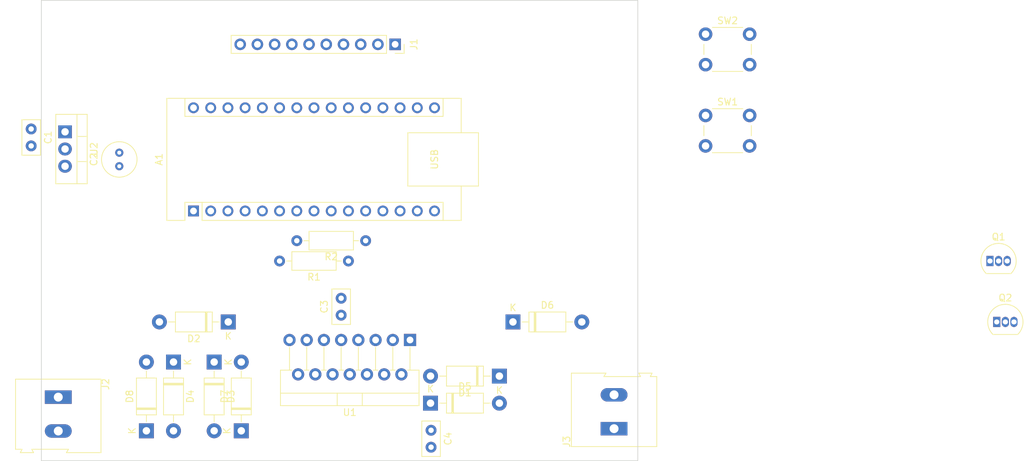
<source format=kicad_pcb>
(kicad_pcb (version 20221018) (generator pcbnew)
  (layers (0 "F.Cu" signal) (31 "B.Cu" signal) (34 "B.Paste" user) (35 "F.Paste" user) (36 "B.SilkS" user "B.Silkscreen") (37 "F.SilkS" user "F.Silkscreen") (38 "B.Mask" user) (39 "F.Mask" user) (44 "Edge.Cuts" user))
  (net 0 "")
  (net 4 "GND")
  (net 5 "/RUN")
  (net 6 "/CAL")
  (net 8 "/PWM_1")
  (net 9 "/PWM_2")
  (net 10 "/DIR_1")
  (net 11 "/DIR_2")
  (net 19 "/IR1")
  (net 20 "/IR2")
  (net 21 "/IR3")
  (net 22 "/IR4")
  (net 23 "/IR5")
  (net 24 "/IR6")
  (net 25 "/IR7")
  (net 26 "/IR8")
  (net 29 "+5V")
  (net 30 "VS")
  (net 31 "/M1_A")
  (net 32 "/M1_B")
  (net 33 "/M2_A")
  (net 34 "/M2_B")
  (net 35 "Net-(Q1-B)")
  (net 36 "Net-(Q2-B)")
  (net 37 "/IN2")
  (net 38 "/IN4")
  (footprint "Package_TO_SOT_THT:TO-220-3_Vertical" (layer "F.Cu") (at 112 82.92 -90)
    (fp_text reference "U2" (at 2.54 -4.27 90) (layer "F.SilkS"))
    (fp_text value "LM7805_TO220")
    (fp_line (start -2.58 -3.27) (end -2.58 1.371) (stroke (width 0.12)) (layer "F.SilkS"))
    (fp_line (start -2.58 -3.27) (end 7.66 -3.27) (stroke (width 0.12)) (layer "F.SilkS"))
    (fp_line (start -2.58 -1.76) (end 7.66 -1.76) (stroke (width 0.12)) (layer "F.SilkS"))
    (fp_line (start -2.58 1.371) (end 7.66 1.371) (stroke (width 0.12)) (layer "F.SilkS"))
    (fp_line (start 0.69 -3.27) (end 0.69 -1.76) (stroke (width 0.12)) (layer "F.SilkS"))
    (fp_line (start 4.391 -3.27) (end 4.391 -1.76) (stroke (width 0.12)) (layer "F.SilkS"))
    (fp_line (start 7.66 -3.27) (end 7.66 1.371) (stroke (width 0.12)) (layer "F.SilkS"))
    (pad "1" thru_hole rect (at 0 0 270) (size 1.905 2) (drill 1.1) (layers "*.Cu" "*.Mask") (net 30 "VS"))
    (pad "2" thru_hole oval (at 2.54 0 270) (size 1.905 2) (drill 1.1) (layers "*.Cu" "*.Mask") (net 4 "GND"))
    (pad "3" thru_hole oval (at 5.08 0 270) (size 1.905 2) (drill 1.1) (layers "*.Cu" "*.Mask") (net 29 "+5V"))
  )
  (footprint "TerminalBlock:TerminalBlock_Altech_AK300-2_P5.00mm" (layer "F.Cu") (at 111 122.1075 -90)
    (fp_text reference "J2" (at -1.92 -6.99 90) (layer "F.SilkS"))
    (fp_text value "Motor1")
    (fp_line (start -2.65 -6.3) (end -2.65 6.3) (stroke (width 0.12)) (layer "F.SilkS"))
    (fp_line (start -2.65 6.3) (end 7.7 6.3) (stroke (width 0.12)) (layer "F.SilkS"))
    (fp_line (start 7.7 -1.5) (end 8.2 -1.2) (stroke (width 0.12)) (layer "F.SilkS"))
    (fp_line (start 7.7 3.9) (end 7.7 -1.5) (stroke (width 0.12)) (layer "F.SilkS"))
    (fp_line (start 7.7 5.35) (end 8.2 5.6) (stroke (width 0.12)) (layer "F.SilkS"))
    (fp_line (start 7.7 6.3) (end 7.7 5.35) (stroke (width 0.12)) (layer "F.SilkS"))
    (fp_line (start 8.2 -6.3) (end -2.65 -6.3) (stroke (width 0.12)) (layer "F.SilkS"))
    (fp_line (start 8.2 -1.2) (end 8.2 -6.3) (stroke (width 0.12)) (layer "F.SilkS"))
    (fp_line (start 8.2 3.65) (end 7.7 3.9) (stroke (width 0.12)) (layer "F.SilkS"))
    (fp_line (start 8.2 3.7) (end 8.2 3.65) (stroke (width 0.12)) (layer "F.SilkS"))
    (fp_line (start 8.2 5.6) (end 8.2 3.7) (stroke (width 0.12)) (layer "F.SilkS"))
    (pad "1" thru_hole rect (at 0 0 270) (size 1.98 3.96) (drill 1.32) (layers "*.Cu" "*.Mask") (net 31 "/M1_A"))
    (pad "2" thru_hole oval (at 5 0 270) (size 1.98 3.96) (drill 1.32) (layers "*.Cu" "*.Mask") (net 32 "/M1_B"))
  )
  (footprint "Capacitor_THT:C_Disc_D5.0mm_W2.5mm_P2.50mm" (layer "F.Cu") (at 152.735 110 90)
    (fp_text reference "C3" (at 1.25 -2.5 90) (layer "F.SilkS"))
    (fp_text value "C")
    (fp_line (start -1.37 -1.37) (end -1.37 1.37) (stroke (width 0.12)) (layer "F.SilkS"))
    (fp_line (start -1.37 -1.37) (end 3.87 -1.37) (stroke (width 0.12)) (layer "F.SilkS"))
    (fp_line (start -1.37 1.37) (end 3.87 1.37) (stroke (width 0.12)) (layer "F.SilkS"))
    (fp_line (start 3.87 -1.37) (end 3.87 1.37) (stroke (width 0.12)) (layer "F.SilkS"))
    (pad "1" thru_hole circle (at 0 0 90) (size 1.6 1.6) (drill 0.8) (layers "*.Cu" "*.Mask") (net 29 "+5V"))
    (pad "2" thru_hole circle (at 2.5 0 90) (size 1.6 1.6) (drill 0.8) (layers "*.Cu" "*.Mask") (net 4 "GND"))
  )
  (footprint "Resistor_THT:R_Axial_DIN0207_L6.3mm_D2.5mm_P10.16mm_Horizontal" (layer "F.Cu") (at 153.81 102 180)
    (fp_text reference "R1" (at 5.08 -2.37) (layer "F.SilkS"))
    (fp_text value "R")
    (fp_line (start 1.04 0) (end 1.81 0) (stroke (width 0.12)) (layer "F.SilkS"))
    (fp_line (start 1.81 -1.37) (end 1.81 1.37) (stroke (width 0.12)) (layer "F.SilkS"))
    (fp_line (start 1.81 1.37) (end 8.35 1.37) (stroke (width 0.12)) (layer "F.SilkS"))
    (fp_line (start 8.35 -1.37) (end 1.81 -1.37) (stroke (width 0.12)) (layer "F.SilkS"))
    (fp_line (start 8.35 1.37) (end 8.35 -1.37) (stroke (width 0.12)) (layer "F.SilkS"))
    (fp_line (start 9.12 0) (end 8.35 0) (stroke (width 0.12)) (layer "F.SilkS"))
    (pad "1" thru_hole circle (at 0 0 180) (size 1.6 1.6) (drill 0.8) (layers "*.Cu" "*.Mask") (net 10 "/DIR_1"))
    (pad "2" thru_hole oval (at 10.16 0 180) (size 1.6 1.6) (drill 0.8) (layers "*.Cu" "*.Mask") (net 35 "Net-(Q1-B)"))
  )
  (footprint "Module:Arduino_Nano" (layer "F.Cu") (at 130.95 94.61 90)
    (fp_text reference "A1" (at 7.62 -5.08 90) (layer "F.SilkS"))
    (fp_text value "Arduino_Nano_v3.x")
    (fp_text user "USB" (at 7.62 35.56 90 unlocked) (layer "F.SilkS"))
    (fp_line (start -1.4 -3.94) (end -1.4 -1.27) (stroke (width 0.12)) (layer "F.SilkS"))
    (fp_line (start -1.4 1.27) (end -1.4 39.5) (stroke (width 0.12)) (layer "F.SilkS"))
    (fp_line (start -1.4 39.5) (end 3.68 39.5) (stroke (width 0.12)) (layer "F.SilkS"))
    (fp_line (start 1.27 -1.27) (end -1.4 -1.27) (stroke (width 0.12)) (layer "F.SilkS"))
    (fp_line (start 1.27 1.27) (end -1.4 1.27) (stroke (width 0.12)) (layer "F.SilkS"))
    (fp_line (start 1.27 1.27) (end 1.27 -1.27) (stroke (width 0.12)) (layer "F.SilkS"))
    (fp_line (start 1.27 1.27) (end 1.27 36.83) (stroke (width 0.12)) (layer "F.SilkS"))
    (fp_line (start 1.27 36.83) (end -1.4 36.83) (stroke (width 0.12)) (layer "F.SilkS"))
    (fp_line (start 3.68 31.62) (end 11.56 31.62) (stroke (width 0.12)) (layer "F.SilkS"))
    (fp_line (start 3.68 42.04) (end 3.68 31.62) (stroke (width 0.12)) (layer "F.SilkS"))
    (fp_line (start 11.56 31.62) (end 11.56 42.04) (stroke (width 0.12)) (layer "F.SilkS"))
    (fp_line (start 11.56 42.04) (end 3.68 42.04) (stroke (width 0.12)) (layer "F.SilkS"))
    (fp_line (start 13.97 -1.27) (end 13.97 36.83) (stroke (width 0.12)) (layer "F.SilkS"))
    (fp_line (start 13.97 -1.27) (end 16.64 -1.27) (stroke (width 0.12)) (layer "F.SilkS"))
    (fp_line (start 13.97 36.83) (end 16.64 36.83) (stroke (width 0.12)) (layer "F.SilkS"))
    (fp_line (start 16.64 -3.94) (end -1.4 -3.94) (stroke (width 0.12)) (layer "F.SilkS"))
    (fp_line (start 16.64 39.5) (end 11.56 39.5) (stroke (width 0.12)) (layer "F.SilkS"))
    (fp_line (start 16.64 39.5) (end 16.64 -3.94) (stroke (width 0.12)) (layer "F.SilkS"))
    (pad "1" thru_hole rect (at 0 0 90) (size 1.6 1.6) (drill 1) (layers "*.Cu" "*.Mask"))
    (pad "2" thru_hole oval (at 0 2.54 90) (size 1.6 1.6) (drill 1) (layers "*.Cu" "*.Mask"))
    (pad "3" thru_hole oval (at 0 5.08 90) (size 1.6 1.6) (drill 1) (layers "*.Cu" "*.Mask"))
    (pad "4" thru_hole oval (at 0 7.62 90) (size 1.6 1.6) (drill 1) (layers "*.Cu" "*.Mask") (net 4 "GND"))
    (pad "5" thru_hole oval (at 0 10.16 90) (size 1.6 1.6) (drill 1) (layers "*.Cu" "*.Mask") (net 5 "/RUN"))
    (pad "6" thru_hole oval (at 0 12.7 90) (size 1.6 1.6) (drill 1) (layers "*.Cu" "*.Mask") (net 6 "/CAL"))
    (pad "7" thru_hole oval (at 0 15.24 90) (size 1.6 1.6) (drill 1) (layers "*.Cu" "*.Mask"))
    (pad "8" thru_hole oval (at 0 17.78 90) (size 1.6 1.6) (drill 1) (layers "*.Cu" "*.Mask") (net 8 "/PWM_1"))
    (pad "9" thru_hole oval (at 0 20.32 90) (size 1.6 1.6) (drill 1) (layers "*.Cu" "*.Mask") (net 9 "/PWM_2"))
    (pad "10" thru_hole oval (at 0 22.86 90) (size 1.6 1.6) (drill 1) (layers "*.Cu" "*.Mask") (net 10 "/DIR_1"))
    (pad "11" thru_hole oval (at 0 25.4 90) (size 1.6 1.6) (drill 1) (layers "*.Cu" "*.Mask") (net 11 "/DIR_2"))
    (pad "12" thru_hole oval (at 0 27.94 90) (size 1.6 1.6) (drill 1) (layers "*.Cu" "*.Mask"))
    (pad "13" thru_hole oval (at 0 30.48 90) (size 1.6 1.6) (drill 1) (layers "*.Cu" "*.Mask"))
    (pad "14" thru_hole oval (at 0 33.02 90) (size 1.6 1.6) (drill 1) (layers "*.Cu" "*.Mask"))
    (pad "15" thru_hole oval (at 0 35.56 90) (size 1.6 1.6) (drill 1) (layers "*.Cu" "*.Mask"))
    (pad "16" thru_hole oval (at 15.24 35.56 90) (size 1.6 1.6) (drill 1) (layers "*.Cu" "*.Mask"))
    (pad "17" thru_hole oval (at 15.24 33.02 90) (size 1.6 1.6) (drill 1) (layers "*.Cu" "*.Mask"))
    (pad "18" thru_hole oval (at 15.24 30.48 90) (size 1.6 1.6) (drill 1) (layers "*.Cu" "*.Mask"))
    (pad "19" thru_hole oval (at 15.24 27.94 90) (size 1.6 1.6) (drill 1) (layers "*.Cu" "*.Mask") (net 19 "/IR1"))
    (pad "20" thru_hole oval (at 15.24 25.4 90) (size 1.6 1.6) (drill 1) (layers "*.Cu" "*.Mask") (net 20 "/IR2"))
    (pad "21" thru_hole oval (at 15.24 22.86 90) (size 1.6 1.6) (drill 1) (layers "*.Cu" "*.Mask") (net 21 "/IR3"))
    (pad "22" thru_hole oval (at 15.24 20.32 90) (size 1.6 1.6) (drill 1) (layers "*.Cu" "*.Mask") (net 22 "/IR4"))
    (pad "23" thru_hole oval (at 15.24 17.78 90) (size 1.6 1.6) (drill 1) (layers "*.Cu" "*.Mask") (net 23 "/IR5"))
    (pad "24" thru_hole oval (at 15.24 15.24 90) (size 1.6 1.6) (drill 1) (layers "*.Cu" "*.Mask") (net 24 "/IR6"))
    (pad "25" thru_hole oval (at 15.24 12.7 90) (size 1.6 1.6) (drill 1) (layers "*.Cu" "*.Mask") (net 25 "/IR7"))
    (pad "26" thru_hole oval (at 15.24 10.16 90) (size 1.6 1.6) (drill 1) (layers "*.Cu" "*.Mask") (net 26 "/IR8"))
    (pad "27" thru_hole oval (at 15.24 7.62 90) (size 1.6 1.6) (drill 1) (layers "*.Cu" "*.Mask"))
    (pad "28" thru_hole oval (at 15.24 5.08 90) (size 1.6 1.6) (drill 1) (layers "*.Cu" "*.Mask"))
    (pad "29" thru_hole oval (at 15.24 2.54 90) (size 1.6 1.6) (drill 1) (layers "*.Cu" "*.Mask") (net 4 "GND"))
    (pad "30" thru_hole oval (at 15.24 0 90) (size 1.6 1.6) (drill 1) (layers "*.Cu" "*.Mask") (net 29 "+5V"))
  )
  (footprint "Button_Switch_THT:SW_PUSH_6mm" (layer "F.Cu") (at 206.5 68.5)
    (fp_text reference "SW2" (at 3.25 -2) (layer "F.SilkS"))
    (fp_text value "Calibrate")
    (fp_line (start -0.25 1.5) (end -0.25 3) (stroke (width 0.12)) (layer "F.SilkS"))
    (fp_line (start 1 5.5) (end 5.5 5.5) (stroke (width 0.12)) (layer "F.SilkS"))
    (fp_line (start 5.5 -1) (end 1 -1) (stroke (width 0.12)) (layer "F.SilkS"))
    (fp_line (start 6.75 3) (end 6.75 1.5) (stroke (width 0.12)) (layer "F.SilkS"))
    (pad "1" thru_hole circle (at 0 0 90) (size 2 2) (drill 1.1) (layers "*.Cu" "*.Mask") (net 29 "+5V"))
    (pad "1" thru_hole circle (at 6.5 0 90) (size 2 2) (drill 1.1) (layers "*.Cu" "*.Mask") (net 29 "+5V"))
    (pad "2" thru_hole circle (at 0 4.5 90) (size 2 2) (drill 1.1) (layers "*.Cu" "*.Mask") (net 6 "/CAL"))
    (pad "2" thru_hole circle (at 6.5 4.5 90) (size 2 2) (drill 1.1) (layers "*.Cu" "*.Mask") (net 6 "/CAL"))
  )
  (footprint "Resistor_THT:R_Axial_DIN0207_L6.3mm_D2.5mm_P10.16mm_Horizontal" (layer "F.Cu") (at 156.35 99 180)
    (fp_text reference "R2" (at 5.08 -2.37) (layer "F.SilkS"))
    (fp_text value "R")
    (fp_line (start 1.04 0) (end 1.81 0) (stroke (width 0.12)) (layer "F.SilkS"))
    (fp_line (start 1.81 -1.37) (end 1.81 1.37) (stroke (width 0.12)) (layer "F.SilkS"))
    (fp_line (start 1.81 1.37) (end 8.35 1.37) (stroke (width 0.12)) (layer "F.SilkS"))
    (fp_line (start 8.35 -1.37) (end 1.81 -1.37) (stroke (width 0.12)) (layer "F.SilkS"))
    (fp_line (start 8.35 1.37) (end 8.35 -1.37) (stroke (width 0.12)) (layer "F.SilkS"))
    (fp_line (start 9.12 0) (end 8.35 0) (stroke (width 0.12)) (layer "F.SilkS"))
    (pad "1" thru_hole circle (at 0 0 180) (size 1.6 1.6) (drill 0.8) (layers "*.Cu" "*.Mask") (net 11 "/DIR_2"))
    (pad "2" thru_hole oval (at 10.16 0 180) (size 1.6 1.6) (drill 0.8) (layers "*.Cu" "*.Mask") (net 36 "Net-(Q2-B)"))
  )
  (footprint "Diode_THT:D_DO-41_SOD81_P10.16mm_Horizontal" (layer "F.Cu") (at 176.08 119 180)
    (fp_text reference "D1" (at 5.08 -2.47) (layer "F.SilkS"))
    (fp_text value "1N4007")
    (fp_text user "K" (at 0 -2.1) (layer "F.SilkS"))
    (fp_line (start 1.34 0) (end 2.36 0) (stroke (width 0.12)) (layer "F.SilkS"))
    (fp_line (start 2.36 -1.47) (end 2.36 1.47) (stroke (width 0.12)) (layer "F.SilkS"))
    (fp_line (start 2.36 1.47) (end 7.8 1.47) (stroke (width 0.12)) (layer "F.SilkS"))
    (fp_line (start 3.14 -1.47) (end 3.14 1.47) (stroke (width 0.12)) (layer "F.SilkS"))
    (fp_line (start 3.26 -1.47) (end 3.26 1.47) (stroke (width 0.12)) (layer "F.SilkS"))
    (fp_line (start 3.38 -1.47) (end 3.38 1.47) (stroke (width 0.12)) (layer "F.SilkS"))
    (fp_line (start 7.8 -1.47) (end 2.36 -1.47) (stroke (width 0.12)) (layer "F.SilkS"))
    (fp_line (start 7.8 1.47) (end 7.8 -1.47) (stroke (width 0.12)) (layer "F.SilkS"))
    (fp_line (start 8.82 0) (end 7.8 0) (stroke (width 0.12)) (layer "F.SilkS"))
    (pad "1" thru_hole rect (at 0 0 180) (size 2.2 2.2) (drill 1.1) (layers "*.Cu" "*.Mask") (net 30 "VS"))
    (pad "2" thru_hole oval (at 10.16 0 180) (size 2.2 2.2) (drill 1.1) (layers "*.Cu" "*.Mask") (net 31 "/M1_A"))
  )
  (footprint "Diode_THT:D_DO-41_SOD81_P10.16mm_Horizontal" (layer "F.Cu") (at 124 127.08 90)
    (fp_text reference "D8" (at 5.08 -2.47 90) (layer "F.SilkS"))
    (fp_text value "1N4007")
    (fp_text user "K" (at 0 -2.1 90) (layer "F.SilkS"))
    (fp_line (start 1.34 0) (end 2.36 0) (stroke (width 0.12)) (layer "F.SilkS"))
    (fp_line (start 2.36 -1.47) (end 2.36 1.47) (stroke (width 0.12)) (layer "F.SilkS"))
    (fp_line (start 2.36 1.47) (end 7.8 1.47) (stroke (width 0.12)) (layer "F.SilkS"))
    (fp_line (start 3.14 -1.47) (end 3.14 1.47) (stroke (width 0.12)) (layer "F.SilkS"))
    (fp_line (start 3.26 -1.47) (end 3.26 1.47) (stroke (width 0.12)) (layer "F.SilkS"))
    (fp_line (start 3.38 -1.47) (end 3.38 1.47) (stroke (width 0.12)) (layer "F.SilkS"))
    (fp_line (start 7.8 -1.47) (end 2.36 -1.47) (stroke (width 0.12)) (layer "F.SilkS"))
    (fp_line (start 7.8 1.47) (end 7.8 -1.47) (stroke (width 0.12)) (layer "F.SilkS"))
    (fp_line (start 8.82 0) (end 7.8 0) (stroke (width 0.12)) (layer "F.SilkS"))
    (pad "1" thru_hole rect (at 0 0 90) (size 2.2 2.2) (drill 1.1) (layers "*.Cu" "*.Mask") (net 34 "/M2_B"))
    (pad "2" thru_hole oval (at 10.16 0 90) (size 2.2 2.2) (drill 1.1) (layers "*.Cu" "*.Mask") (net 4 "GND"))
  )
  (footprint "Diode_THT:D_DO-41_SOD81_P10.16mm_Horizontal" (layer "F.Cu") (at 178.08 111)
    (fp_text reference "D6" (at 5.08 -2.47) (layer "F.SilkS"))
    (fp_text value "1N4007")
    (fp_text user "K" (at 0 -2.1) (layer "F.SilkS"))
    (fp_line (start 1.34 0) (end 2.36 0) (stroke (width 0.12)) (layer "F.SilkS"))
    (fp_line (start 2.36 -1.47) (end 2.36 1.47) (stroke (width 0.12)) (layer "F.SilkS"))
    (fp_line (start 2.36 1.47) (end 7.8 1.47) (stroke (width 0.12)) (layer "F.SilkS"))
    (fp_line (start 3.14 -1.47) (end 3.14 1.47) (stroke (width 0.12)) (layer "F.SilkS"))
    (fp_line (start 3.26 -1.47) (end 3.26 1.47) (stroke (width 0.12)) (layer "F.SilkS"))
    (fp_line (start 3.38 -1.47) (end 3.38 1.47) (stroke (width 0.12)) (layer "F.SilkS"))
    (fp_line (start 7.8 -1.47) (end 2.36 -1.47) (stroke (width 0.12)) (layer "F.SilkS"))
    (fp_line (start 7.8 1.47) (end 7.8 -1.47) (stroke (width 0.12)) (layer "F.SilkS"))
    (fp_line (start 8.82 0) (end 7.8 0) (stroke (width 0.12)) (layer "F.SilkS"))
    (pad "1" thru_hole rect (at 0 0) (size 2.2 2.2) (drill 1.1) (layers "*.Cu" "*.Mask") (net 32 "/M1_B"))
    (pad "2" thru_hole oval (at 10.16 0) (size 2.2 2.2) (drill 1.1) (layers "*.Cu" "*.Mask") (net 4 "GND"))
  )
  (footprint "TerminalBlock:TerminalBlock_Altech_AK300-2_P5.00mm" (layer "F.Cu") (at 193 126.765 90)
    (fp_text reference "J3" (at -1.92 -6.99 90) (layer "F.SilkS"))
    (fp_text value "Motor2")
    (fp_line (start -2.65 -6.3) (end -2.65 6.3) (stroke (width 0.12)) (layer "F.SilkS"))
    (fp_line (start -2.65 6.3) (end 7.7 6.3) (stroke (width 0.12)) (layer "F.SilkS"))
    (fp_line (start 7.7 -1.5) (end 8.2 -1.2) (stroke (width 0.12)) (layer "F.SilkS"))
    (fp_line (start 7.7 3.9) (end 7.7 -1.5) (stroke (width 0.12)) (layer "F.SilkS"))
    (fp_line (start 7.7 5.35) (end 8.2 5.6) (stroke (width 0.12)) (layer "F.SilkS"))
    (fp_line (start 7.7 6.3) (end 7.7 5.35) (stroke (width 0.12)) (layer "F.SilkS"))
    (fp_line (start 8.2 -6.3) (end -2.65 -6.3) (stroke (width 0.12)) (layer "F.SilkS"))
    (fp_line (start 8.2 -1.2) (end 8.2 -6.3) (stroke (width 0.12)) (layer "F.SilkS"))
    (fp_line (start 8.2 3.65) (end 7.7 3.9) (stroke (width 0.12)) (layer "F.SilkS"))
    (fp_line (start 8.2 3.7) (end 8.2 3.65) (stroke (width 0.12)) (layer "F.SilkS"))
    (fp_line (start 8.2 5.6) (end 8.2 3.7) (stroke (width 0.12)) (layer "F.SilkS"))
    (pad "1" thru_hole rect (at 0 0 90) (size 1.98 3.96) (drill 1.32) (layers "*.Cu" "*.Mask") (net 33 "/M2_A"))
    (pad "2" thru_hole oval (at 5 0 90) (size 1.98 3.96) (drill 1.32) (layers "*.Cu" "*.Mask") (net 34 "/M2_B"))
  )
  (footprint "Diode_THT:D_DO-41_SOD81_P10.16mm_Horizontal" (layer "F.Cu") (at 134 116.92 -90)
    (fp_text reference "D3" (at 5.08 -2.47 90) (layer "F.SilkS"))
    (fp_text value "1N4007")
    (fp_text user "K" (at 0 -2.1 90) (layer "F.SilkS"))
    (fp_line (start 1.34 0) (end 2.36 0) (stroke (width 0.12)) (layer "F.SilkS"))
    (fp_line (start 2.36 -1.47) (end 2.36 1.47) (stroke (width 0.12)) (layer "F.SilkS"))
    (fp_line (start 2.36 1.47) (end 7.8 1.47) (stroke (width 0.12)) (layer "F.SilkS"))
    (fp_line (start 3.14 -1.47) (end 3.14 1.47) (stroke (width 0.12)) (layer "F.SilkS"))
    (fp_line (start 3.26 -1.47) (end 3.26 1.47) (stroke (width 0.12)) (layer "F.SilkS"))
    (fp_line (start 3.38 -1.47) (end 3.38 1.47) (stroke (width 0.12)) (layer "F.SilkS"))
    (fp_line (start 7.8 -1.47) (end 2.36 -1.47) (stroke (width 0.12)) (layer "F.SilkS"))
    (fp_line (start 7.8 1.47) (end 7.8 -1.47) (stroke (width 0.12)) (layer "F.SilkS"))
    (fp_line (start 8.82 0) (end 7.8 0) (stroke (width 0.12)) (layer "F.SilkS"))
    (pad "1" thru_hole rect (at 0 0 270) (size 2.2 2.2) (drill 1.1) (layers "*.Cu" "*.Mask") (net 30 "VS"))
    (pad "2" thru_hole oval (at 10.16 0 270) (size 2.2 2.2) (drill 1.1) (layers "*.Cu" "*.Mask") (net 33 "/M2_A"))
  )
  (footprint "Diode_THT:D_DO-41_SOD81_P10.16mm_Horizontal" (layer "F.Cu") (at 165.92 123)
    (fp_text reference "D5" (at 5.08 -2.47) (layer "F.SilkS"))
    (fp_text value "1N4007")
    (fp_text user "K" (at 0 -2.1) (layer "F.SilkS"))
    (fp_line (start 1.34 0) (end 2.36 0) (stroke (width 0.12)) (layer "F.SilkS"))
    (fp_line (start 2.36 -1.47) (end 2.36 1.47) (stroke (width 0.12)) (layer "F.SilkS"))
    (fp_line (start 2.36 1.47) (end 7.8 1.47) (stroke (width 0.12)) (layer "F.SilkS"))
    (fp_line (start 3.14 -1.47) (end 3.14 1.47) (stroke (width 0.12)) (layer "F.SilkS"))
    (fp_line (start 3.26 -1.47) (end 3.26 1.47) (stroke (width 0.12)) (layer "F.SilkS"))
    (fp_line (start 3.38 -1.47) (end 3.38 1.47) (stroke (width 0.12)) (layer "F.SilkS"))
    (fp_line (start 7.8 -1.47) (end 2.36 -1.47) (stroke (width 0.12)) (layer "F.SilkS"))
    (fp_line (start 7.8 1.47) (end 7.8 -1.47) (stroke (width 0.12)) (layer "F.SilkS"))
    (fp_line (start 8.82 0) (end 7.8 0) (stroke (width 0.12)) (layer "F.SilkS"))
    (pad "1" thru_hole rect (at 0 0) (size 2.2 2.2) (drill 1.1) (layers "*.Cu" "*.Mask") (net 31 "/M1_A"))
    (pad "2" thru_hole oval (at 10.16 0) (size 2.2 2.2) (drill 1.1) (layers "*.Cu" "*.Mask") (net 4 "GND"))
  )
  (footprint "Package_TO_SOT_THT:TO-220-15_P2.54x2.54mm_StaggerOdd_Lead4.58mm_Vertical" (layer "F.Cu") (at 162.895 113.665 180)
    (fp_text reference "U1" (at 8.89 -10.7) (layer "F.SilkS"))
    (fp_text value "L298N")
    (fp_line (start -1.33 -9.7) (end -1.33 -4.459) (stroke (width 0.12)) (layer "F.SilkS"))
    (fp_line (start -1.33 -9.7) (end 19.11 -9.7) (stroke (width 0.12)) (layer "F.SilkS"))
    (fp_line (start -1.33 -7.86) (end 19.11 -7.86) (stroke (width 0.12)) (layer "F.SilkS"))
    (fp_line (start -1.33 -4.459) (end 0.346 -4.459) (stroke (width 0.12)) (layer "F.SilkS"))
    (fp_line (start 0 -4.459) (end 0 -1.05) (stroke (width 0.12)) (layer "F.SilkS"))
    (fp_line (start 2.195 -4.459) (end 2.886 -4.459) (stroke (width 0.12)) (layer "F.SilkS"))
    (fp_line (start 2.54 -4.459) (end 2.54 -1.065) (stroke (width 0.12)) (layer "F.SilkS"))
    (fp_line (start 4.735 -4.459) (end 5.426 -4.459) (stroke (width 0.12)) (layer "F.SilkS"))
    (fp_line (start 5.08 -4.459) (end 5.08 -1.065) (stroke (width 0.12)) (layer "F.SilkS"))
    (fp_line (start 7.041 -9.7) (end 7.041 -7.86) (stroke (width 0.12)) (layer "F.SilkS"))
    (fp_line (start 7.275 -4.459) (end 7.966 -4.459) (stroke (width 0.12)) (layer "F.SilkS"))
    (fp_line (start 7.62 -4.459) (end 7.62 -1.065) (stroke (width 0.12)) (layer "F.SilkS"))
    (fp_line (start 9.815 -4.459) (end 10.506 -4.459) (stroke (width 0.12)) (layer "F.SilkS"))
    (fp_line (start 10.16 -4.459) (end 10.16 -1.065) (stroke (width 0.12)) (layer "F.SilkS"))
    (fp_line (start 10.74 -9.7) (end 10.74 -7.86) (stroke (width 0.12)) (layer "F.SilkS"))
    (fp_line (start 12.355 -4.459) (end 13.046 -4.459) (stroke (width 0.12)) (layer "F.SilkS"))
    (fp_line (start 12.7 -4.459) (end 12.7 -1.065) (stroke (width 0.12)) (layer "F.SilkS"))
    (fp_line (start 14.895 -4.459) (end 15.586 -4.459) (stroke (width 0.12)) (layer "F.SilkS"))
    (fp_line (start 15.24 -4.459) (end 15.24 -1.065) (stroke (width 0.12)) (layer "F.SilkS"))
    (fp_line (start 17.435 -4.459) (end 19.11 -4.459) (stroke (width 0.12)) (layer "F.SilkS"))
    (fp_line (start 17.78 -4.459) (end 17.78 -1.065) (stroke (width 0.12)) (layer "F.SilkS"))
    (fp_line (start 19.11 -9.7) (end 19.11 -4.459) (stroke (width 0.12)) (layer "F.SilkS"))
    (pad "1" thru_hole rect (at 0 0 180) (size 1.8 1.8) (drill 1) (layers "*.Cu" "*.Mask") (net 4 "GND"))
    (pad "2" thru_hole oval (at 1.27 -5.08 180) (size 1.8 1.8) (drill 1) (layers "*.Cu" "*.Mask") (net 31 "/M1_A"))
    (pad "3" thru_hole oval (at 2.54 0 180) (size 1.8 1.8) (drill 1) (layers "*.Cu" "*.Mask") (net 32 "/M1_B"))
    (pad "4" thru_hole oval (at 3.81 -5.08 180) (size 1.8 1.8) (drill 1) (layers "*.Cu" "*.Mask") (net 30 "VS"))
    (pad "5" thru_hole oval (at 5.08 0 180) (size 1.8 1.8) (drill 1) (layers "*.Cu" "*.Mask") (net 29 "+5V"))
    (pad "6" thru_hole oval (at 6.35 -5.08 180) (size 1.8 1.8) (drill 1) (layers "*.Cu" "*.Mask") (net 8 "/PWM_1"))
    (pad "7" thru_hole oval (at 7.62 0 180) (size 1.8 1.8) (drill 1) (layers "*.Cu" "*.Mask") (net 37 "/IN2"))
    (pad "8" thru_hole oval (at 8.89 -5.08 180) (size 1.8 1.8) (drill 1) (layers "*.Cu" "*.Mask") (net 4 "GND"))
    (pad "9" thru_hole oval (at 10.16 0 180) (size 1.8 1.8) (drill 1) (layers "*.Cu" "*.Mask") (net 29 "+5V"))
    (pad "10" thru_hole oval (at 11.43 -5.08 180) (size 1.8 1.8) (drill 1) (layers "*.Cu" "*.Mask") (net 29 "+5V"))
    (pad "11" thru_hole oval (at 12.7 0 180) (size 1.8 1.8) (drill 1) (layers "*.Cu" "*.Mask") (net 9 "/PWM_2"))
    (pad "12" thru_hole oval (at 13.97 -5.08 180) (size 1.8 1.8) (drill 1) (layers "*.Cu" "*.Mask") (net 38 "/IN4"))
    (pad "13" thru_hole oval (at 15.24 0 180) (size 1.8 1.8) (drill 1) (layers "*.Cu" "*.Mask") (net 33 "/M2_A"))
    (pad "14" thru_hole oval (at 16.51 -5.08 180) (size 1.8 1.8) (drill 1) (layers "*.Cu" "*.Mask") (net 34 "/M2_B"))
    (pad "15" thru_hole oval (at 17.78 0 180) (size 1.8 1.8) (drill 1) (layers "*.Cu" "*.Mask") (net 4 "GND"))
  )
  (footprint "Capacitor_THT:C_Radial_D5.0mm_H7.0mm_P2.00mm" (layer "F.Cu") (at 120 88 90)
    (fp_text reference "C2" (at 1 -3.75 90) (layer "F.SilkS"))
    (fp_text value "C_Polarized")
    (fp_circle (center 1 0) (end 3.62 0) (stroke (width 0.12)) (fill none) (layer "F.SilkS"))
    (pad "1" thru_hole circle (at 0 0 90) (size 1.2 1.2) (drill 0.6) (layers "*.Cu" "*.Mask") (net 29 "+5V"))
    (pad "2" thru_hole circle (at 2 0 90) (size 1.2 1.2) (drill 0.6) (layers "*.Cu" "*.Mask") (net 4 "GND"))
  )
  (footprint "Package_TO_SOT_THT:TO-92_Inline" (layer "F.Cu") (at 249.46 111)
    (fp_text reference "Q2" (at 1.27 -3.56) (layer "F.SilkS"))
    (fp_text value "BC547")
    (fp_line (start -0.53 1.85) (end 3.07 1.85) (stroke (width 0.12)) (layer "F.SilkS"))
    (fp_arc (start -0.568478 1.838478) (mid -1.132087 -0.994977) (end 1.27 -2.6) (stroke (width 0.12)) (layer "F.SilkS"))
    (fp_arc (start 1.27 -2.6) (mid 3.672087 -0.994977) (end 3.108478 1.838478) (stroke (width 0.12)) (layer "F.SilkS"))
    (pad "1" thru_hole rect (at 0 0) (size 1.05 1.5) (drill 0.75) (layers "*.Cu" "*.Mask") (net 29 "+5V"))
    (pad "2" thru_hole oval (at 1.27 0) (size 1.05 1.5) (drill 0.75) (layers "*.Cu" "*.Mask") (net 36 "Net-(Q2-B)"))
    (pad "3" thru_hole oval (at 2.54 0) (size 1.05 1.5) (drill 0.75) (layers "*.Cu" "*.Mask") (net 38 "/IN4"))
  )
  (footprint "Diode_THT:D_DO-41_SOD81_P10.16mm_Horizontal" (layer "F.Cu") (at 136.08 111 180)
    (fp_text reference "D2" (at 5.08 -2.47) (layer "F.SilkS"))
    (fp_text value "1N4007")
    (fp_text user "K" (at 0 -2.1) (layer "F.SilkS"))
    (fp_line (start 1.34 0) (end 2.36 0) (stroke (width 0.12)) (layer "F.SilkS"))
    (fp_line (start 2.36 -1.47) (end 2.36 1.47) (stroke (width 0.12)) (layer "F.SilkS"))
    (fp_line (start 2.36 1.47) (end 7.8 1.47) (stroke (width 0.12)) (layer "F.SilkS"))
    (fp_line (start 3.14 -1.47) (end 3.14 1.47) (stroke (width 0.12)) (layer "F.SilkS"))
    (fp_line (start 3.26 -1.47) (end 3.26 1.47) (stroke (width 0.12)) (layer "F.SilkS"))
    (fp_line (start 3.38 -1.47) (end 3.38 1.47) (stroke (width 0.12)) (layer "F.SilkS"))
    (fp_line (start 7.8 -1.47) (end 2.36 -1.47) (stroke (width 0.12)) (layer "F.SilkS"))
    (fp_line (start 7.8 1.47) (end 7.8 -1.47) (stroke (width 0.12)) (layer "F.SilkS"))
    (fp_line (start 8.82 0) (end 7.8 0) (stroke (width 0.12)) (layer "F.SilkS"))
    (pad "1" thru_hole rect (at 0 0 180) (size 2.2 2.2) (drill 1.1) (layers "*.Cu" "*.Mask") (net 30 "VS"))
    (pad "2" thru_hole oval (at 10.16 0 180) (size 2.2 2.2) (drill 1.1) (layers "*.Cu" "*.Mask") (net 32 "/M1_B"))
  )
  (footprint "Connector_PinSocket_2.54mm:PinSocket_1x10_P2.54mm_Vertical" (layer "F.Cu") (at 160.7 70 -90)
    (fp_text reference "J1" (at 0 -2.77 90) (layer "F.SilkS"))
    (fp_text value "IR_conn")
    (fp_line (start -1.33 1.27) (end -1.33 24.19) (stroke (width 0.12)) (layer "F.SilkS"))
    (fp_line (start -1.33 1.27) (end 1.33 1.27) (stroke (width 0.12)) (layer "F.SilkS"))
    (fp_line (start -1.33 24.19) (end 1.33 24.19) (stroke (width 0.12)) (layer "F.SilkS"))
    (fp_line (start 0 -1.33) (end 1.33 -1.33) (stroke (width 0.12)) (layer "F.SilkS"))
    (fp_line (start 1.33 -1.33) (end 1.33 0) (stroke (width 0.12)) (layer "F.SilkS"))
    (fp_line (start 1.33 1.27) (end 1.33 24.19) (stroke (width 0.12)) (layer "F.SilkS"))
    (pad "1" thru_hole rect (at 0 0 270) (size 1.7 1.7) (drill 1) (layers "*.Cu" "*.Mask") (net 29 "+5V"))
    (pad "2" thru_hole oval (at 0 2.54 270) (size 1.7 1.7) (drill 1) (layers "*.Cu" "*.Mask") (net 19 "/IR1"))
    (pad "3" thru_hole oval (at 0 5.08 270) (size 1.7 1.7) (drill 1) (layers "*.Cu" "*.Mask") (net 20 "/IR2"))
    (pad "4" thru_hole oval (at 0 7.62 270) (size 1.7 1.7) (drill 1) (layers "*.Cu" "*.Mask") (net 21 "/IR3"))
    (pad "5" thru_hole oval (at 0 10.16 270) (size 1.7 1.7) (drill 1) (layers "*.Cu" "*.Mask") (net 22 "/IR4"))
    (pad "6" thru_hole oval (at 0 12.7 270) (size 1.7 1.7) (drill 1) (layers "*.Cu" "*.Mask") (net 23 "/IR5"))
    (pad "7" thru_hole oval (at 0 15.24 270) (size 1.7 1.7) (drill 1) (layers "*.Cu" "*.Mask") (net 24 "/IR6"))
    (pad "8" thru_hole oval (at 0 17.78 270) (size 1.7 1.7) (drill 1) (layers "*.Cu" "*.Mask") (net 25 "/IR7"))
    (pad "9" thru_hole oval (at 0 20.32 270) (size 1.7 1.7) (drill 1) (layers "*.Cu" "*.Mask") (net 26 "/IR8"))
    (pad "10" thru_hole oval (at 0 22.86 270) (size 1.7 1.7) (drill 1) (layers "*.Cu" "*.Mask") (net 4 "GND"))
  )
  (footprint "Capacitor_THT:C_Disc_D5.0mm_W2.5mm_P2.50mm" (layer "F.Cu") (at 166 127 -90)
    (fp_text reference "C4" (at 1.25 -2.5 90) (layer "F.SilkS"))
    (fp_text value "C")
    (fp_line (start -1.37 -1.37) (end -1.37 1.37) (stroke (width 0.12)) (layer "F.SilkS"))
    (fp_line (start -1.37 -1.37) (end 3.87 -1.37) (stroke (width 0.12)) (layer "F.SilkS"))
    (fp_line (start -1.37 1.37) (end 3.87 1.37) (stroke (width 0.12)) (layer "F.SilkS"))
    (fp_line (start 3.87 -1.37) (end 3.87 1.37) (stroke (width 0.12)) (layer "F.SilkS"))
    (pad "1" thru_hole circle (at 0 0 270) (size 1.6 1.6) (drill 0.8) (layers "*.Cu" "*.Mask") (net 30 "VS"))
    (pad "2" thru_hole circle (at 2.5 0 270) (size 1.6 1.6) (drill 0.8) (layers "*.Cu" "*.Mask") (net 4 "GND"))
  )
  (footprint "Capacitor_THT:C_Disc_D5.0mm_W2.5mm_P2.50mm" (layer "F.Cu") (at 107 82.5 -90)
    (fp_text reference "C1" (at 1.25 -2.5 90) (layer "F.SilkS"))
    (fp_text value "C")
    (fp_line (start -1.37 -1.37) (end -1.37 1.37) (stroke (width 0.12)) (layer "F.SilkS"))
    (fp_line (start -1.37 -1.37) (end 3.87 -1.37) (stroke (width 0.12)) (layer "F.SilkS"))
    (fp_line (start -1.37 1.37) (end 3.87 1.37) (stroke (width 0.12)) (layer "F.SilkS"))
    (fp_line (start 3.87 -1.37) (end 3.87 1.37) (stroke (width 0.12)) (layer "F.SilkS"))
    (pad "1" thru_hole circle (at 0 0 270) (size 1.6 1.6) (drill 0.8) (layers "*.Cu" "*.Mask") (net 30 "VS"))
    (pad "2" thru_hole circle (at 2.5 0 270) (size 1.6 1.6) (drill 0.8) (layers "*.Cu" "*.Mask") (net 4 "GND"))
  )
  (footprint "Diode_THT:D_DO-41_SOD81_P10.16mm_Horizontal" (layer "F.Cu") (at 138 127.08 90)
    (fp_text reference "D7" (at 5.08 -2.47 90) (layer "F.SilkS"))
    (fp_text value "1N4007")
    (fp_text user "K" (at 0 -2.1 90) (layer "F.SilkS"))
    (fp_line (start 1.34 0) (end 2.36 0) (stroke (width 0.12)) (layer "F.SilkS"))
    (fp_line (start 2.36 -1.47) (end 2.36 1.47) (stroke (width 0.12)) (layer "F.SilkS"))
    (fp_line (start 2.36 1.47) (end 7.8 1.47) (stroke (width 0.12)) (layer "F.SilkS"))
    (fp_line (start 3.14 -1.47) (end 3.14 1.47) (stroke (width 0.12)) (layer "F.SilkS"))
    (fp_line (start 3.26 -1.47) (end 3.26 1.47) (stroke (width 0.12)) (layer "F.SilkS"))
    (fp_line (start 3.38 -1.47) (end 3.38 1.47) (stroke (width 0.12)) (layer "F.SilkS"))
    (fp_line (start 7.8 -1.47) (end 2.36 -1.47) (stroke (width 0.12)) (layer "F.SilkS"))
    (fp_line (start 7.8 1.47) (end 7.8 -1.47) (stroke (width 0.12)) (layer "F.SilkS"))
    (fp_line (start 8.82 0) (end 7.8 0) (stroke (width 0.12)) (layer "F.SilkS"))
    (pad "1" thru_hole rect (at 0 0 90) (size 2.2 2.2) (drill 1.1) (layers "*.Cu" "*.Mask") (net 33 "/M2_A"))
    (pad "2" thru_hole oval (at 10.16 0 90) (size 2.2 2.2) (drill 1.1) (layers "*.Cu" "*.Mask") (net 4 "GND"))
  )
  (footprint "Diode_THT:D_DO-41_SOD81_P10.16mm_Horizontal" (layer "F.Cu") (at 128 116.92 -90)
    (fp_text reference "D4" (at 5.08 -2.47 90) (layer "F.SilkS"))
    (fp_text value "1N4007")
    (fp_text user "K" (at 0 -2.1 90) (layer "F.SilkS"))
    (fp_line (start 1.34 0) (end 2.36 0) (stroke (width 0.12)) (layer "F.SilkS"))
    (fp_line (start 2.36 -1.47) (end 2.36 1.47) (stroke (width 0.12)) (layer "F.SilkS"))
    (fp_line (start 2.36 1.47) (end 7.8 1.47) (stroke (width 0.12)) (layer "F.SilkS"))
    (fp_line (start 3.14 -1.47) (end 3.14 1.47) (stroke (width 0.12)) (layer "F.SilkS"))
    (fp_line (start 3.26 -1.47) (end 3.26 1.47) (stroke (width 0.12)) (layer "F.SilkS"))
    (fp_line (start 3.38 -1.47) (end 3.38 1.47) (stroke (width 0.12)) (layer "F.SilkS"))
    (fp_line (start 7.8 -1.47) (end 2.36 -1.47) (stroke (width 0.12)) (layer "F.SilkS"))
    (fp_line (start 7.8 1.47) (end 7.8 -1.47) (stroke (width 0.12)) (layer "F.SilkS"))
    (fp_line (start 8.82 0) (end 7.8 0) (stroke (width 0.12)) (layer "F.SilkS"))
    (pad "1" thru_hole rect (at 0 0 270) (size 2.2 2.2) (drill 1.1) (layers "*.Cu" "*.Mask") (net 30 "VS"))
    (pad "2" thru_hole oval (at 10.16 0 270) (size 2.2 2.2) (drill 1.1) (layers "*.Cu" "*.Mask") (net 34 "/M2_B"))
  )
  (footprint "Package_TO_SOT_THT:TO-92_Inline" (layer "F.Cu") (at 248.46 102)
    (fp_text reference "Q1" (at 1.27 -3.56) (layer "F.SilkS"))
    (fp_text value "BC547")
    (fp_line (start -0.53 1.85) (end 3.07 1.85) (stroke (width 0.12)) (layer "F.SilkS"))
    (fp_arc (start -0.568478 1.838478) (mid -1.132087 -0.994977) (end 1.27 -2.6) (stroke (width 0.12)) (layer "F.SilkS"))
    (fp_arc (start 1.27 -2.6) (mid 3.672087 -0.994977) (end 3.108478 1.838478) (stroke (width 0.12)) (layer "F.SilkS"))
    (pad "1" thru_hole rect (at 0 0) (size 1.05 1.5) (drill 0.75) (layers "*.Cu" "*.Mask") (net 29 "+5V"))
    (pad "2" thru_hole oval (at 1.27 0) (size 1.05 1.5) (drill 0.75) (layers "*.Cu" "*.Mask") (net 35 "Net-(Q1-B)"))
    (pad "3" thru_hole oval (at 2.54 0) (size 1.05 1.5) (drill 0.75) (layers "*.Cu" "*.Mask") (net 37 "/IN2"))
  )
  (footprint "Button_Switch_THT:SW_PUSH_6mm" (layer "F.Cu") (at 206.5 80.5)
    (fp_text reference "SW1" (at 3.25 -2) (layer "F.SilkS"))
    (fp_text value "Run")
    (fp_line (start -0.25 1.5) (end -0.25 3) (stroke (width 0.12)) (layer "F.SilkS"))
    (fp_line (start 1 5.5) (end 5.5 5.5) (stroke (width 0.12)) (layer "F.SilkS"))
    (fp_line (start 5.5 -1) (end 1 -1) (stroke (width 0.12)) (layer "F.SilkS"))
    (fp_line (start 6.75 3) (end 6.75 1.5) (stroke (width 0.12)) (layer "F.SilkS"))
    (pad "1" thru_hole circle (at 0 0 90) (size 2 2) (drill 1.1) (layers "*.Cu" "*.Mask") (net 29 "+5V"))
    (pad "1" thru_hole circle (at 6.5 0 90) (size 2 2) (drill 1.1) (layers "*.Cu" "*.Mask") (net 29 "+5V"))
    (pad "2" thru_hole circle (at 0 4.5 90) (size 2 2) (drill 1.1) (layers "*.Cu" "*.Mask") (net 5 "/RUN"))
    (pad "2" thru_hole circle (at 6.5 4.5 90) (size 2 2) (drill 1.1) (layers "*.Cu" "*.Mask") (net 5 "/RUN"))
  )
  (gr_rect (start 108.5 63.5) (end 196.5 131.5) (stroke (width 0.1)) (fill none) (layer "Edge.Cuts"))
)
</source>
